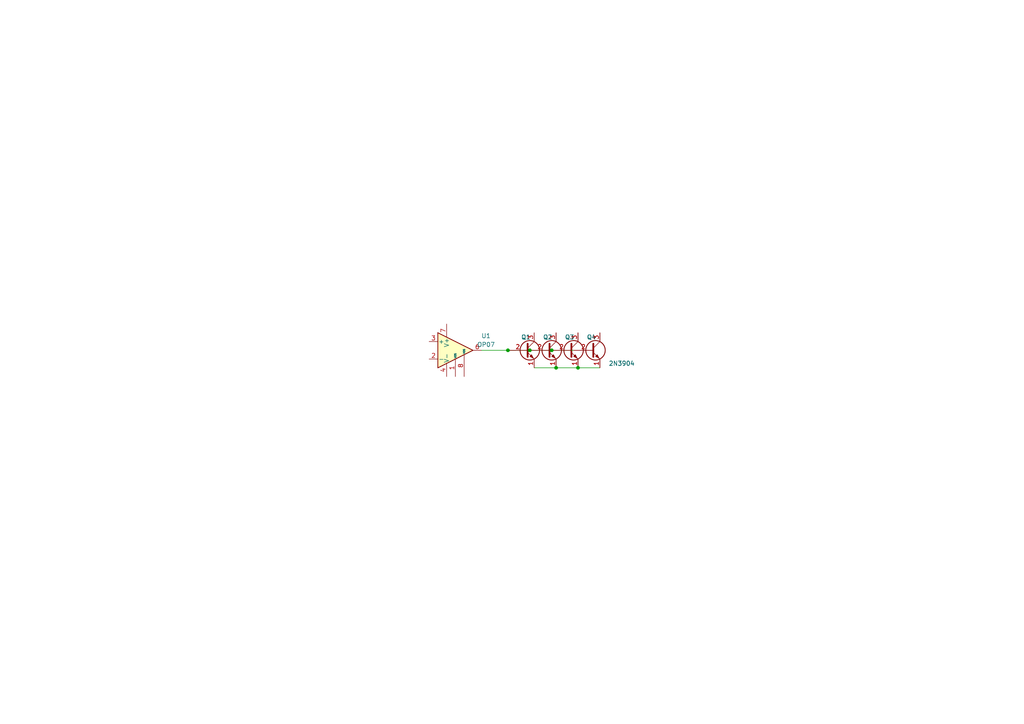
<source format=kicad_sch>
(kicad_sch (version 20230121) (generator eeschema)
  (paper "A4")
  (lib_symbols
    (symbol "Amplifier_Operational:OP07" (pin_names (offset 0.127))
      (property "Reference" "U" (at 1.27 6.35 0))
      (property "Value" "OP07" (at 1.27 3.81 0))
      (symbol "OP07_0_1"
        (polyline (pts (xy -5.08 5.08) (xy 5.08 0) (xy -5.08 -5.08) (xy -5.08 5.08)) (stroke (width 0.254)) (fill (type background)))
      )
      (symbol "OP07_1_1"
        (pin input line (at 0 -7.62 90) (length 5.08) (name "VOS") (number "1"))
        (pin input line (at -7.62 -2.54 0) (length 2.54) (name "-") (number "2"))
        (pin input line (at -7.62 2.54 0) (length 2.54) (name "+") (number "3"))
        (pin power_in line (at -2.54 -7.62 90) (length 3.81) (name "V-") (number "4"))
        (pin no_connect line (at 0 2.54 270) (length 2.54) hide (name "NC") (number "5"))
        (pin output line (at 7.62 0 180) (length 2.54) (name "~") (number "6"))
        (pin power_in line (at -2.54 7.62 270) (length 3.81) (name "V+") (number "7"))
        (pin input line (at 2.54 -7.62 90) (length 6.35) (name "VOS") (number "8"))
      )
    )
    (symbol "Transistor_BJT:2N3904" (pin_names (offset 0) hide)
      (property "Reference" "Q" (at 5.08 1.905 0))
      (property "Value" "2N3904" (at 5.08 0 0))
      (symbol "2N3904_0_1"
        (polyline (pts (xy 0.635 0.635) (xy 2.54 2.54)))
        (polyline (pts (xy 0.635 -0.635) (xy 2.54 -2.54) (xy 2.54 -2.54)))
        (polyline (pts (xy 0.635 1.905) (xy 0.635 -1.905) (xy 0.635 -1.905)) (stroke (width 0.508)))
        (polyline (pts (xy 1.27 -1.778) (xy 1.778 -1.27) (xy 2.286 -2.286) (xy 1.27 -1.778) (xy 1.27 -1.778)) (fill (type outline)))
        (circle (center 1.27 0) (radius 2.8194) (stroke (width 0.254)))
      )
      (symbol "2N3904_1_1"
        (pin passive line (at 2.54 -5.08 90) (length 2.54) (name "E") (number "1"))
        (pin passive line (at -5.08 0 0) (length 5.715) (name "B") (number "2"))
        (pin passive line (at 2.54 5.08 270) (length 2.54) (name "C") (number "3"))
      )
    )
  )
  (junction (at 147.32 101.6))
  (junction (at 153.67 101.6))
  (junction (at 167.64 106.68))
  (junction (at 161.29 106.68))
  (junction (at 160.02 101.6))
  (wire (pts (xy 161.29 106.68) (xy 167.64 106.68)))
  (wire (pts (xy 154.94 106.68) (xy 161.29 106.68)))
  (wire (pts (xy 139.7 101.6) (xy 147.32 101.6)))
  (wire (pts (xy 167.64 106.68) (xy 173.99 106.68)))
  (wire (pts (xy 153.67 101.6) (xy 160.02 101.6)))
  (wire (pts (xy 160.02 101.6) (xy 166.37 101.6)))
  (wire (pts (xy 147.32 101.6) (xy 153.67 101.6)))
  (symbol (lib_id "Transistor_BJT:2N3904") (at 171.45 101.6 0) (unit 1)
    (property "Reference" "Q4" (at 170.18 97.79 0) (effects (justify left)))
    (property "Value" "2N3904" (effects hide))
    (property "Footprint" "Package_TO_SOT_THT:TO-92_Wide" (effects hide))
    (property "Datasheet" "https://www.onsemi.com/pub/Collateral/2N3903-D.PDF" (effects hide))
  )
  (symbol (lib_id "Transistor_BJT:2N3904") (at 165.1 101.6 0) (unit 1)
    (property "Reference" "Q3" (at 163.83 97.79 0) (effects (justify left)))
    (property "Value" "2N3904" (effects hide))
    (property "Footprint" "Package_TO_SOT_THT:TO-92_Wide" (effects hide))
    (property "Datasheet" "https://www.onsemi.com/pub/Collateral/2N3903-D.PDF" (effects hide))
  )
  (symbol (lib_id "Amplifier_Operational:OP07") (at 132.08 101.6 0) (unit 1)
    (property "Reference" "U1" (at 140.97 97.4091 0))
    (property "Value" "OP07" (at 140.97 99.9491 0))
    (property "Datasheet" "https://www.analog.com/media/en/technical-documentation/data-sheets/OP07.pdf" (effects hide))
  )
  (symbol (lib_id "Transistor_BJT:2N3904") (at 152.4 101.6 0) (unit 1)
    (property "Reference" "Q1" (at 151.13 97.79 0) (effects (justify left)))
    (property "Value" "2N3904" (at 176.53 105.41 0) (effects (justify left)))
    (property "Footprint" "Package_TO_SOT_THT:TO-92_Wide" (effects hide))
    (property "Datasheet" "https://www.onsemi.com/pub/Collateral/2N3903-D.PDF" (effects hide))
  )
  (symbol (lib_id "Transistor_BJT:2N3904") (at 158.75 101.6 0) (unit 1)
    (property "Reference" "Q2" (at 157.48 97.79 0) (effects (justify left)))
    (property "Value" "2N3904" (effects hide))
    (property "Footprint" "Package_TO_SOT_THT:TO-92_Wide" (effects hide))
    (property "Datasheet" "https://www.onsemi.com/pub/Collateral/2N3903-D.PDF" (effects hide))
  )
)
</source>
